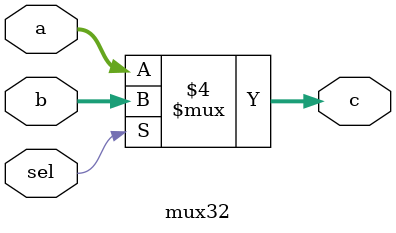
<source format=v>
module mux32(
    input sel,
    input [31:0] a,
    input [31:0] b,
    output reg [31:0] c
);

always @(*) begin
    if (sel == 0) begin
        c <= a;
    end else begin
        c <= b;
    end
end

endmodule

</source>
